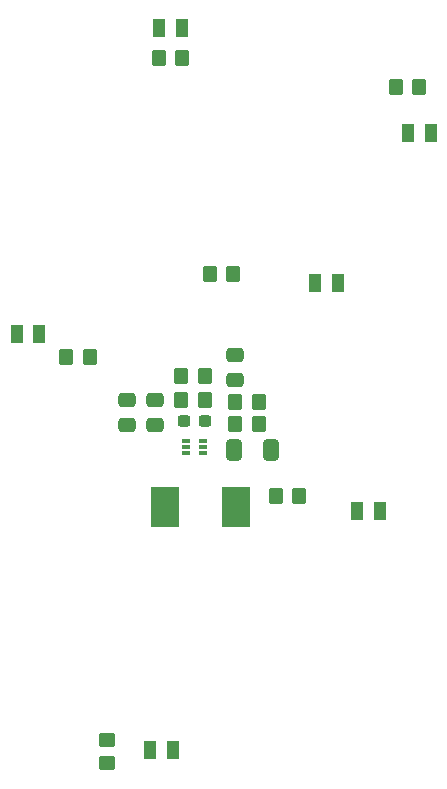
<source format=gbp>
G04 #@! TF.GenerationSoftware,KiCad,Pcbnew,8.0.3*
G04 #@! TF.CreationDate,2024-07-04T10:33:08-05:00*
G04 #@! TF.ProjectId,SAO_AMAMW,53414f5f-414d-4414-9d57-2e6b69636164,rev?*
G04 #@! TF.SameCoordinates,Original*
G04 #@! TF.FileFunction,Paste,Bot*
G04 #@! TF.FilePolarity,Positive*
%FSLAX46Y46*%
G04 Gerber Fmt 4.6, Leading zero omitted, Abs format (unit mm)*
G04 Created by KiCad (PCBNEW 8.0.3) date 2024-07-04 10:33:08*
%MOMM*%
%LPD*%
G01*
G04 APERTURE LIST*
G04 Aperture macros list*
%AMRoundRect*
0 Rectangle with rounded corners*
0 $1 Rounding radius*
0 $2 $3 $4 $5 $6 $7 $8 $9 X,Y pos of 4 corners*
0 Add a 4 corners polygon primitive as box body*
4,1,4,$2,$3,$4,$5,$6,$7,$8,$9,$2,$3,0*
0 Add four circle primitives for the rounded corners*
1,1,$1+$1,$2,$3*
1,1,$1+$1,$4,$5*
1,1,$1+$1,$6,$7*
1,1,$1+$1,$8,$9*
0 Add four rect primitives between the rounded corners*
20,1,$1+$1,$2,$3,$4,$5,0*
20,1,$1+$1,$4,$5,$6,$7,0*
20,1,$1+$1,$6,$7,$8,$9,0*
20,1,$1+$1,$8,$9,$2,$3,0*%
G04 Aperture macros list end*
%ADD10RoundRect,0.250000X-0.350000X-0.450000X0.350000X-0.450000X0.350000X0.450000X-0.350000X0.450000X0*%
%ADD11R,1.000000X1.570000*%
%ADD12RoundRect,0.250000X-0.412500X-0.650000X0.412500X-0.650000X0.412500X0.650000X-0.412500X0.650000X0*%
%ADD13RoundRect,0.250000X0.350000X0.450000X-0.350000X0.450000X-0.350000X-0.450000X0.350000X-0.450000X0*%
%ADD14RoundRect,0.250000X-0.475000X0.337500X-0.475000X-0.337500X0.475000X-0.337500X0.475000X0.337500X0*%
%ADD15RoundRect,0.237500X-0.300000X-0.237500X0.300000X-0.237500X0.300000X0.237500X-0.300000X0.237500X0*%
%ADD16RoundRect,0.250000X0.450000X-0.350000X0.450000X0.350000X-0.450000X0.350000X-0.450000X-0.350000X0*%
%ADD17R,2.350000X3.500000*%
%ADD18RoundRect,0.250000X0.475000X-0.337500X0.475000X0.337500X-0.475000X0.337500X-0.475000X-0.337500X0*%
%ADD19R,0.700000X0.340000*%
G04 APERTURE END LIST*
D10*
X133112000Y-68326000D03*
X135112000Y-68326000D03*
D11*
X146360000Y-87376000D03*
X148280000Y-87376000D03*
D12*
X139534500Y-101473000D03*
X142659500Y-101473000D03*
D13*
X139430000Y-86614000D03*
X137430000Y-86614000D03*
D11*
X149916000Y-106680000D03*
X151836000Y-106680000D03*
D14*
X130450000Y-97260500D03*
X130450000Y-99335500D03*
D15*
X135281500Y-99060000D03*
X137006500Y-99060000D03*
D13*
X155178000Y-70739000D03*
X153178000Y-70739000D03*
D16*
X128778000Y-128000000D03*
X128778000Y-126000000D03*
D13*
X137017000Y-95250000D03*
X135017000Y-95250000D03*
X141589000Y-99314000D03*
X139589000Y-99314000D03*
D17*
X139677000Y-106299000D03*
X133627000Y-106299000D03*
D10*
X135017000Y-97282000D03*
X137017000Y-97282000D03*
D11*
X121087000Y-91694000D03*
X123007000Y-91694000D03*
D18*
X139573000Y-95525500D03*
X139573000Y-93450500D03*
D11*
X133152000Y-65786000D03*
X135072000Y-65786000D03*
D13*
X145018000Y-105410000D03*
X143018000Y-105410000D03*
D11*
X154234000Y-74676000D03*
X156154000Y-74676000D03*
D19*
X136894000Y-100719000D03*
X136894000Y-101219000D03*
X136894000Y-101719000D03*
X135394000Y-101719000D03*
X135394000Y-101219000D03*
X135394000Y-100719000D03*
D10*
X125314200Y-93649800D03*
X127314200Y-93649800D03*
D11*
X132390000Y-126873000D03*
X134310000Y-126873000D03*
D14*
X132842000Y-97260500D03*
X132842000Y-99335500D03*
D10*
X139589000Y-97409000D03*
X141589000Y-97409000D03*
M02*

</source>
